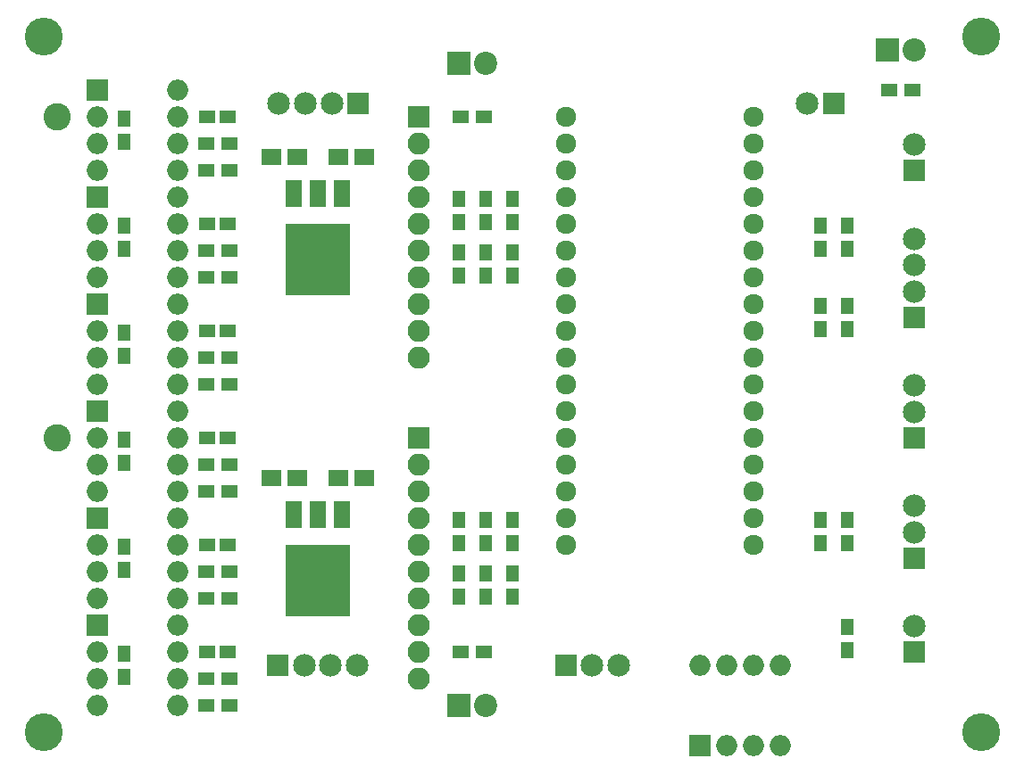
<source format=gts>
G04 #@! TF.GenerationSoftware,KiCad,Pcbnew,(5.0.0-3-g5ebb6b6)*
G04 #@! TF.CreationDate,2018-07-28T18:34:54+09:00*
G04 #@! TF.ProjectId,MD_Controller,4D445F436F6E74726F6C6C65722E6B69,rev?*
G04 #@! TF.SameCoordinates,Original*
G04 #@! TF.FileFunction,Soldermask,Top*
G04 #@! TF.FilePolarity,Negative*
%FSLAX46Y46*%
G04 Gerber Fmt 4.6, Leading zero omitted, Abs format (unit mm)*
G04 Created by KiCad (PCBNEW (5.0.0-3-g5ebb6b6)) date *
%MOMM*%
%LPD*%
G01*
G04 APERTURE LIST*
%ADD10C,3.600000*%
%ADD11C,2.600000*%
%ADD12R,1.600000X1.150000*%
%ADD13R,1.900000X1.650000*%
%ADD14R,2.200000X2.200000*%
%ADD15C,2.200000*%
%ADD16R,1.300000X1.600000*%
%ADD17R,2.000000X2.000000*%
%ADD18O,2.000000X2.000000*%
%ADD19R,2.100000X2.100000*%
%ADD20O,2.100000X2.100000*%
%ADD21C,1.924000*%
%ADD22R,1.600000X1.300000*%
%ADD23R,2.150000X2.150000*%
%ADD24C,2.150000*%
%ADD25R,1.600000X2.600000*%
%ADD26R,6.200000X6.800000*%
G04 APERTURE END LIST*
D10*
G04 #@! TO.C,*
X116840000Y-127000000D03*
G04 #@! TD*
G04 #@! TO.C,*
X205740000Y-127000000D03*
G04 #@! TD*
G04 #@! TO.C,*
X205740000Y-60960000D03*
G04 #@! TD*
G04 #@! TO.C,*
X116840000Y-60960000D03*
G04 #@! TD*
D11*
G04 #@! TO.C,*
X118110000Y-68580000D03*
G04 #@! TD*
G04 #@! TO.C,*
X118110000Y-99060000D03*
G04 #@! TD*
D12*
G04 #@! TO.C,C1*
X134300000Y-68580000D03*
X132400000Y-68580000D03*
G04 #@! TD*
G04 #@! TO.C,C2*
X134300000Y-78740000D03*
X132400000Y-78740000D03*
G04 #@! TD*
G04 #@! TO.C,C3*
X134300000Y-88900000D03*
X132400000Y-88900000D03*
G04 #@! TD*
G04 #@! TO.C,C4*
X134300000Y-99060000D03*
X132400000Y-99060000D03*
G04 #@! TD*
G04 #@! TO.C,C5*
X134300000Y-109220000D03*
X132400000Y-109220000D03*
G04 #@! TD*
G04 #@! TO.C,C6*
X134300000Y-119380000D03*
X132400000Y-119380000D03*
G04 #@! TD*
D13*
G04 #@! TO.C,C7*
X140950000Y-72390000D03*
X138450000Y-72390000D03*
G04 #@! TD*
G04 #@! TO.C,C8*
X140950000Y-102870000D03*
X138450000Y-102870000D03*
G04 #@! TD*
G04 #@! TO.C,C9*
X147300000Y-72390000D03*
X144800000Y-72390000D03*
G04 #@! TD*
G04 #@! TO.C,C10*
X147300000Y-102870000D03*
X144800000Y-102870000D03*
G04 #@! TD*
D14*
G04 #@! TO.C,D2*
X196850000Y-62230000D03*
D15*
X199390000Y-62230000D03*
G04 #@! TD*
D16*
G04 #@! TO.C,Enc_A*
X190500000Y-81110000D03*
X190500000Y-78910000D03*
G04 #@! TD*
G04 #@! TO.C,Enc_B*
X190500000Y-86530000D03*
X190500000Y-88730000D03*
G04 #@! TD*
G04 #@! TO.C,INA*
X156210000Y-78570000D03*
X156210000Y-76370000D03*
G04 #@! TD*
G04 #@! TO.C,PWM*
X161290000Y-78570000D03*
X161290000Y-76370000D03*
G04 #@! TD*
G04 #@! TO.C,INB*
X158750000Y-78570000D03*
X158750000Y-76370000D03*
G04 #@! TD*
G04 #@! TO.C,INA*
X161290000Y-114130000D03*
X161290000Y-111930000D03*
G04 #@! TD*
G04 #@! TO.C,PWM*
X156210000Y-111930000D03*
X156210000Y-114130000D03*
G04 #@! TD*
G04 #@! TO.C,INB*
X158750000Y-111930000D03*
X158750000Y-114130000D03*
G04 #@! TD*
D14*
G04 #@! TO.C,D11*
X156210000Y-63500000D03*
D15*
X158750000Y-63500000D03*
G04 #@! TD*
D14*
G04 #@! TO.C,D12*
X156210000Y-124460000D03*
D15*
X158750000Y-124460000D03*
G04 #@! TD*
D17*
G04 #@! TO.C,F1*
X121920000Y-66040000D03*
D18*
X129540000Y-73660000D03*
X121920000Y-68580000D03*
X129540000Y-71120000D03*
X121920000Y-71120000D03*
X129540000Y-68580000D03*
X121920000Y-73660000D03*
X129540000Y-66040000D03*
G04 #@! TD*
D17*
G04 #@! TO.C,F2*
X121920000Y-76200000D03*
D18*
X129540000Y-83820000D03*
X121920000Y-78740000D03*
X129540000Y-81280000D03*
X121920000Y-81280000D03*
X129540000Y-78740000D03*
X121920000Y-83820000D03*
X129540000Y-76200000D03*
G04 #@! TD*
D17*
G04 #@! TO.C,F3*
X121920000Y-86360000D03*
D18*
X129540000Y-93980000D03*
X121920000Y-88900000D03*
X129540000Y-91440000D03*
X121920000Y-91440000D03*
X129540000Y-88900000D03*
X121920000Y-93980000D03*
X129540000Y-86360000D03*
G04 #@! TD*
D17*
G04 #@! TO.C,F4*
X121920000Y-96520000D03*
D18*
X129540000Y-104140000D03*
X121920000Y-99060000D03*
X129540000Y-101600000D03*
X121920000Y-101600000D03*
X129540000Y-99060000D03*
X121920000Y-104140000D03*
X129540000Y-96520000D03*
G04 #@! TD*
D17*
G04 #@! TO.C,F5*
X121920000Y-106680000D03*
D18*
X129540000Y-114300000D03*
X121920000Y-109220000D03*
X129540000Y-111760000D03*
X121920000Y-111760000D03*
X129540000Y-109220000D03*
X121920000Y-114300000D03*
X129540000Y-106680000D03*
G04 #@! TD*
D17*
G04 #@! TO.C,F6*
X121920000Y-116840000D03*
D18*
X129540000Y-124460000D03*
X121920000Y-119380000D03*
X129540000Y-121920000D03*
X121920000Y-121920000D03*
X129540000Y-119380000D03*
X121920000Y-124460000D03*
X129540000Y-116840000D03*
G04 #@! TD*
D19*
G04 #@! TO.C,VNH5019*
X152400000Y-68580000D03*
D20*
X152400000Y-71120000D03*
X152400000Y-73660000D03*
X152400000Y-76200000D03*
X152400000Y-78740000D03*
X152400000Y-81280000D03*
X152400000Y-83820000D03*
X152400000Y-86360000D03*
X152400000Y-88900000D03*
X152400000Y-91440000D03*
G04 #@! TD*
D19*
G04 #@! TO.C,VNH5019*
X152400000Y-99060000D03*
D20*
X152400000Y-101600000D03*
X152400000Y-104140000D03*
X152400000Y-106680000D03*
X152400000Y-109220000D03*
X152400000Y-111760000D03*
X152400000Y-114300000D03*
X152400000Y-116840000D03*
X152400000Y-119380000D03*
X152400000Y-121920000D03*
G04 #@! TD*
D21*
G04 #@! TO.C,minibed*
X166370000Y-68580000D03*
X166370000Y-71120000D03*
X166370000Y-73660000D03*
X166370000Y-76200000D03*
X166370000Y-78740000D03*
X166370000Y-81280000D03*
X166370000Y-83820000D03*
X166370000Y-86360000D03*
X166370000Y-88900000D03*
X166370000Y-91440000D03*
X166370000Y-93980000D03*
X166370000Y-96520000D03*
X166370000Y-99060000D03*
X166370000Y-101600000D03*
X166370000Y-104140000D03*
X166370000Y-106680000D03*
X166370000Y-109220000D03*
X184150000Y-109220000D03*
X184150000Y-106680000D03*
X184150000Y-104140000D03*
X184150000Y-101600000D03*
X184150000Y-99060000D03*
X184150000Y-96520000D03*
X184150000Y-93980000D03*
X184150000Y-91440000D03*
X184150000Y-88900000D03*
X184150000Y-86360000D03*
X184150000Y-83820000D03*
X184150000Y-81280000D03*
X184150000Y-78740000D03*
X184150000Y-76200000D03*
X184150000Y-73660000D03*
X184150000Y-71120000D03*
X184150000Y-68580000D03*
G04 #@! TD*
D16*
G04 #@! TO.C,R1*
X193040000Y-119210000D03*
X193040000Y-117010000D03*
G04 #@! TD*
D22*
G04 #@! TO.C,R2*
X199220000Y-66040000D03*
X197020000Y-66040000D03*
G04 #@! TD*
D16*
G04 #@! TO.C,R3*
X193040000Y-106850000D03*
X193040000Y-109050000D03*
G04 #@! TD*
G04 #@! TO.C,R4*
X193040000Y-81110000D03*
X193040000Y-78910000D03*
G04 #@! TD*
G04 #@! TO.C,R5*
X193040000Y-86530000D03*
X193040000Y-88730000D03*
G04 #@! TD*
G04 #@! TO.C,R6*
X156210000Y-81450000D03*
X156210000Y-83650000D03*
G04 #@! TD*
G04 #@! TO.C,R7*
X161290000Y-81450000D03*
X161290000Y-83650000D03*
G04 #@! TD*
G04 #@! TO.C,R8*
X158750000Y-81450000D03*
X158750000Y-83650000D03*
G04 #@! TD*
G04 #@! TO.C,R9*
X161290000Y-109050000D03*
X161290000Y-106850000D03*
G04 #@! TD*
G04 #@! TO.C,R10*
X156210000Y-109050000D03*
X156210000Y-106850000D03*
G04 #@! TD*
G04 #@! TO.C,R11*
X158750000Y-109050000D03*
X158750000Y-106850000D03*
G04 #@! TD*
G04 #@! TO.C,R12*
X124460000Y-68750000D03*
X124460000Y-70950000D03*
G04 #@! TD*
G04 #@! TO.C,R13*
X124460000Y-78910000D03*
X124460000Y-81110000D03*
G04 #@! TD*
G04 #@! TO.C,R14*
X124460000Y-89070000D03*
X124460000Y-91270000D03*
G04 #@! TD*
G04 #@! TO.C,R15*
X124460000Y-99230000D03*
X124460000Y-101430000D03*
G04 #@! TD*
G04 #@! TO.C,R16*
X124460000Y-109390000D03*
X124460000Y-111590000D03*
G04 #@! TD*
G04 #@! TO.C,R17*
X124460000Y-119550000D03*
X124460000Y-121750000D03*
G04 #@! TD*
D22*
G04 #@! TO.C,R18*
X134450000Y-71120000D03*
X132250000Y-71120000D03*
G04 #@! TD*
G04 #@! TO.C,R19*
X134450000Y-81280000D03*
X132250000Y-81280000D03*
G04 #@! TD*
G04 #@! TO.C,R20*
X134450000Y-91440000D03*
X132250000Y-91440000D03*
G04 #@! TD*
G04 #@! TO.C,R21*
X134450000Y-101600000D03*
X132250000Y-101600000D03*
G04 #@! TD*
G04 #@! TO.C,R22*
X134450000Y-111760000D03*
X132250000Y-111760000D03*
G04 #@! TD*
G04 #@! TO.C,R23*
X134450000Y-121920000D03*
X132250000Y-121920000D03*
G04 #@! TD*
G04 #@! TO.C,R24*
X132250000Y-73660000D03*
X134450000Y-73660000D03*
G04 #@! TD*
G04 #@! TO.C,R25*
X132250000Y-83820000D03*
X134450000Y-83820000D03*
G04 #@! TD*
G04 #@! TO.C,R26*
X132250000Y-93980000D03*
X134450000Y-93980000D03*
G04 #@! TD*
G04 #@! TO.C,R27*
X132250000Y-104140000D03*
X134450000Y-104140000D03*
G04 #@! TD*
G04 #@! TO.C,R28*
X132250000Y-114300000D03*
X134450000Y-114300000D03*
G04 #@! TD*
G04 #@! TO.C,R29*
X132250000Y-124460000D03*
X134450000Y-124460000D03*
G04 #@! TD*
G04 #@! TO.C,R30*
X158580000Y-68580000D03*
X156380000Y-68580000D03*
G04 #@! TD*
G04 #@! TO.C,R31*
X158580000Y-119380000D03*
X156380000Y-119380000D03*
G04 #@! TD*
D23*
G04 #@! TO.C,+5V*
X199390000Y-73660000D03*
D24*
X199390000Y-71160000D03*
G04 #@! TD*
D23*
G04 #@! TO.C,CAN*
X199390000Y-119380000D03*
D24*
X199390000Y-116880000D03*
G04 #@! TD*
D23*
G04 #@! TO.C,Potentio*
X199390000Y-110490000D03*
D24*
X199390000Y-107990000D03*
X199390000Y-105490000D03*
G04 #@! TD*
D23*
G04 #@! TO.C,Encoder*
X199390000Y-87630000D03*
D24*
X199390000Y-85130000D03*
X199390000Y-82630000D03*
X199390000Y-80130000D03*
G04 #@! TD*
D25*
G04 #@! TO.C,U5*
X145155000Y-75810000D03*
X142875000Y-75810000D03*
X140595000Y-75810000D03*
D26*
X142875000Y-82110000D03*
G04 #@! TD*
D25*
G04 #@! TO.C,U6*
X145155000Y-106290000D03*
X142875000Y-106290000D03*
X140595000Y-106290000D03*
D26*
X142875000Y-112590000D03*
G04 #@! TD*
D17*
G04 #@! TO.C,DIP_SW*
X179070000Y-128270000D03*
D18*
X186690000Y-120650000D03*
X181610000Y-128270000D03*
X184150000Y-120650000D03*
X184150000Y-128270000D03*
X181610000Y-120650000D03*
X186690000Y-128270000D03*
X179070000Y-120650000D03*
G04 #@! TD*
D23*
G04 #@! TO.C,+5V*
X191770000Y-67310000D03*
D24*
X189270000Y-67310000D03*
G04 #@! TD*
D23*
G04 #@! TO.C,MD1_Input*
X146685000Y-67310000D03*
D24*
X144185000Y-67310000D03*
X141685000Y-67310000D03*
X139185000Y-67310000D03*
G04 #@! TD*
D23*
G04 #@! TO.C,MD2_Input*
X139065000Y-120650000D03*
D24*
X141565000Y-120650000D03*
X144065000Y-120650000D03*
X146565000Y-120650000D03*
G04 #@! TD*
D23*
G04 #@! TO.C,UART*
X199390000Y-99060000D03*
D24*
X199390000Y-96560000D03*
X199390000Y-94060000D03*
G04 #@! TD*
D16*
G04 #@! TO.C,D1*
X190500000Y-106850000D03*
X190500000Y-109050000D03*
G04 #@! TD*
D23*
G04 #@! TO.C,CS*
X166370000Y-120650000D03*
D24*
X168870000Y-120650000D03*
X171370000Y-120650000D03*
G04 #@! TD*
M02*

</source>
